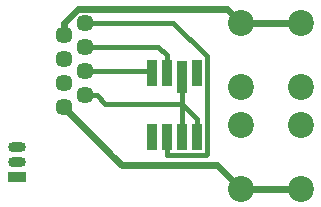
<source format=gbr>
G04 #@! TF.GenerationSoftware,KiCad,Pcbnew,(5.1.2)-2*
G04 #@! TF.CreationDate,2019-10-10T13:12:07+11:00*
G04 #@! TF.ProjectId,BoSL Probe,426f534c-2050-4726-9f62-652e6b696361,rev?*
G04 #@! TF.SameCoordinates,Original*
G04 #@! TF.FileFunction,Copper,L2,Bot*
G04 #@! TF.FilePolarity,Positive*
%FSLAX46Y46*%
G04 Gerber Fmt 4.6, Leading zero omitted, Abs format (unit mm)*
G04 Created by KiCad (PCBNEW (5.1.2)-2) date 2019-10-10 13:12:07*
%MOMM*%
%LPD*%
G04 APERTURE LIST*
%ADD10R,0.900000X2.250000*%
%ADD11R,0.900000X2.800000*%
%ADD12C,1.450000*%
%ADD13R,1.500000X0.900000*%
%ADD14O,1.500000X0.900000*%
%ADD15C,2.200000*%
%ADD16C,0.400000*%
%ADD17C,0.600000*%
G04 APERTURE END LIST*
D10*
X114450000Y-102600000D03*
X115700000Y-102600000D03*
X117000000Y-102600000D03*
X118250000Y-102600000D03*
X114450000Y-97250000D03*
X115700000Y-97250000D03*
D11*
X117000000Y-97525000D03*
D10*
X118250000Y-97250000D03*
D12*
X108768000Y-99100000D03*
X108768000Y-97060000D03*
X108768000Y-95020000D03*
X108768000Y-92980000D03*
X106990000Y-100080000D03*
X106990000Y-93960000D03*
X106990000Y-98040000D03*
X106990000Y-96000000D03*
D13*
X103000000Y-106000000D03*
D14*
X103000000Y-103460000D03*
X103000000Y-104730000D03*
D15*
X122000000Y-107040000D03*
X127080000Y-107040000D03*
X122000000Y-101600000D03*
X127080000Y-101600000D03*
X127080000Y-92960000D03*
X122000000Y-92960000D03*
X127080000Y-98400000D03*
X122000000Y-98400000D03*
D16*
X115700000Y-95725000D02*
X115700000Y-97250000D01*
X114995000Y-95020000D02*
X115700000Y-95725000D01*
X108768000Y-95020000D02*
X114995000Y-95020000D01*
X117000000Y-99825000D02*
X117000000Y-99800000D01*
X118250000Y-101075000D02*
X117000000Y-99825000D01*
X118250000Y-102600000D02*
X118250000Y-101075000D01*
X117000000Y-102600000D02*
X117000000Y-99800000D01*
X117000000Y-99800000D02*
X117000000Y-97525000D01*
X110493304Y-99800000D02*
X117000000Y-99800000D01*
X109793304Y-99100000D02*
X110493304Y-99800000D01*
X108768000Y-99100000D02*
X109793304Y-99100000D01*
D17*
X111205000Y-104295000D02*
X106990000Y-100080000D01*
X111910000Y-105000000D02*
X111205000Y-104295000D01*
X122000000Y-107040000D02*
X119960000Y-105000000D01*
X119960000Y-105000000D02*
X111910000Y-105000000D01*
X122000000Y-107040000D02*
X127080000Y-107040000D01*
X120900001Y-91860001D02*
X122000000Y-92960000D01*
X120794999Y-91754999D02*
X120900001Y-91860001D01*
X108179999Y-91754999D02*
X120794999Y-91754999D01*
X106990000Y-92944998D02*
X108179999Y-91754999D01*
X106990000Y-93960000D02*
X106990000Y-92944998D01*
X122000000Y-92960000D02*
X127080000Y-92960000D01*
D16*
X114260000Y-97060000D02*
X114450000Y-97250000D01*
X108768000Y-97060000D02*
X114260000Y-97060000D01*
X115700000Y-104125000D02*
X115700000Y-102600000D01*
X119020001Y-104125001D02*
X115700000Y-104125000D01*
X119100001Y-104045001D02*
X119020001Y-104125001D01*
X119100001Y-95804999D02*
X119100001Y-104045001D01*
X116275002Y-92980000D02*
X119100001Y-95804999D01*
X108768000Y-92980000D02*
X116275002Y-92980000D01*
M02*

</source>
